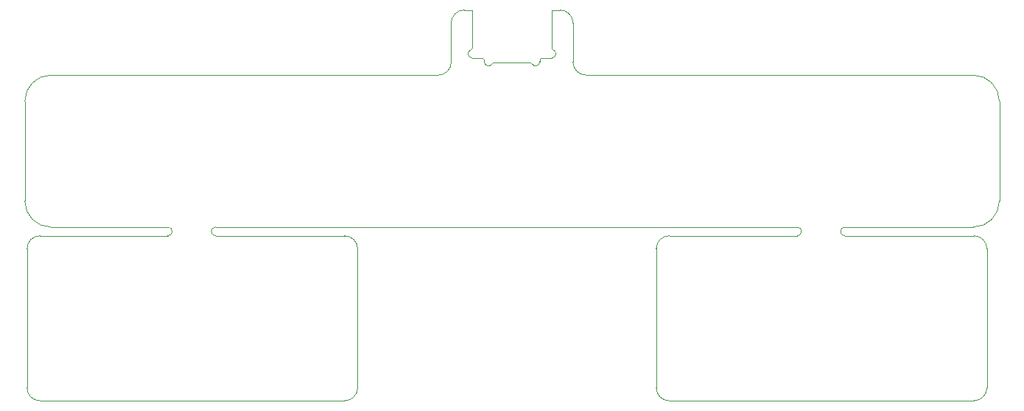
<source format=gbr>
%TF.GenerationSoftware,KiCad,Pcbnew,(7.0.0)*%
%TF.CreationDate,2023-02-23T19:51:54-08:00*%
%TF.ProjectId,4k-mania-keypad,346b2d6d-616e-4696-912d-6b6579706164,rev?*%
%TF.SameCoordinates,PX5ac6868PY7028288*%
%TF.FileFunction,Profile,NP*%
%FSLAX46Y46*%
G04 Gerber Fmt 4.6, Leading zero omitted, Abs format (unit mm)*
G04 Created by KiCad (PCBNEW (7.0.0)) date 2023-02-23 19:51:54*
%MOMM*%
%LPD*%
G01*
G04 APERTURE LIST*
%TA.AperFunction,Profile*%
%ADD10C,0.100000*%
%TD*%
%TA.AperFunction,Profile*%
%ADD11C,0.050000*%
%TD*%
%TA.AperFunction,Profile*%
%ADD12C,0.080000*%
%TD*%
G04 APERTURE END LIST*
D10*
X62815000Y43605000D02*
X62815000Y39105000D01*
X50315000Y45105000D02*
G75*
G03*
X48815000Y43605000I0J-1500000D01*
G01*
X88565000Y19105000D02*
X73885000Y19105000D01*
X110385000Y17605000D02*
G75*
G03*
X108885000Y19105000I-1500000J0D01*
G01*
X38065000Y1605000D02*
X38065000Y17605000D01*
X47315000Y37605000D02*
G75*
G03*
X48815000Y39105000I0J1500000D01*
G01*
X50315000Y45105000D02*
X51259999Y45100000D01*
X1565000Y105000D02*
X36565000Y105000D01*
X65000Y17605000D02*
X65000Y1605000D01*
X48815000Y43605000D02*
X48815000Y39105000D01*
X64315000Y37605000D02*
X108815000Y37605000D01*
X72385000Y17605000D02*
X72385000Y1605000D01*
X108885000Y19105000D02*
X94065000Y19105000D01*
X73885000Y19105000D02*
G75*
G03*
X72385000Y17605000I0J-1500000D01*
G01*
X62815000Y43605000D02*
G75*
G03*
X61315000Y45105000I-1500000J0D01*
G01*
X111815000Y23105000D02*
X111815000Y34605000D01*
X61315000Y45105000D02*
X60359999Y45100000D01*
X108885000Y105000D02*
G75*
G03*
X110385000Y1605000I0J1500000D01*
G01*
X1565000Y19105000D02*
X16245000Y19105000D01*
X-185000Y23105000D02*
G75*
G03*
X2815000Y20105000I3000000J0D01*
G01*
X2815000Y37605000D02*
X47315000Y37605000D01*
X110385000Y1605000D02*
X110385000Y17605000D01*
X62815000Y39105000D02*
G75*
G03*
X64315000Y37605000I1500000J0D01*
G01*
X108815000Y20105000D02*
G75*
G03*
X111815000Y23105000I0J3000000D01*
G01*
X72385000Y1605000D02*
G75*
G03*
X73885000Y105000I1500000J0D01*
G01*
X21745000Y20105000D02*
X88565000Y20105000D01*
X38065000Y17605000D02*
G75*
G03*
X36565000Y19105000I-1500000J0D01*
G01*
X73885000Y105000D02*
X108885000Y105000D01*
X36565000Y105000D02*
G75*
G03*
X38065000Y1605000I0J1500000D01*
G01*
X108815000Y20105000D02*
X94065000Y20105000D01*
X1565000Y19105000D02*
G75*
G03*
X65000Y17605000I0J-1500000D01*
G01*
X-185000Y23105000D02*
X-185000Y34605000D01*
X2815000Y37605000D02*
G75*
G03*
X-185000Y34605000I0J-3000000D01*
G01*
X65000Y1605000D02*
G75*
G03*
X1565000Y105000I1500000J0D01*
G01*
X16245000Y20105000D02*
X2815000Y20105000D01*
X111815000Y34605000D02*
G75*
G03*
X108815000Y37605000I-3000000J0D01*
G01*
X36565000Y19105000D02*
X21745000Y19105000D01*
D11*
%TO.C,REF\u002A\u002A*%
X21745000Y20105000D02*
G75*
G03*
X21745000Y19105000I0J-500000D01*
G01*
X16245000Y19105000D02*
G75*
G03*
X16245000Y20105000I0J500000D01*
G01*
D12*
%TO.C,J1*%
X60359999Y40740821D02*
X60359999Y45100000D01*
X59209998Y39570000D02*
X60359999Y39570000D01*
X59009999Y39170000D02*
X59009999Y39370000D01*
X55809999Y39020000D02*
X57903781Y39020000D01*
X55809999Y39020000D02*
X53716217Y39020000D01*
X52609999Y39170000D02*
X52609999Y39370000D01*
X52410000Y39570000D02*
X51259999Y39570000D01*
X51259999Y40740821D02*
X51259999Y45100000D01*
X60359999Y39570001D02*
G75*
G03*
X60502856Y40549156I-1J499999D01*
G01*
X60360000Y40740821D02*
G75*
G03*
X60502856Y40549159I199998J-1D01*
G01*
X58076986Y38920000D02*
G75*
G03*
X59009999Y39170000I433013J250000D01*
G01*
X59209998Y39570000D02*
G75*
G03*
X59009998Y39370000I1J-200001D01*
G01*
X58076986Y38920000D02*
G75*
G03*
X57903781Y39020000I-173205J-100000D01*
G01*
X53716217Y39019985D02*
G75*
G03*
X53543012Y38920000I-17J-199985D01*
G01*
X52610001Y39170000D02*
G75*
G03*
X53543012Y38920000I499999J0D01*
G01*
X52609999Y39370000D02*
G75*
G03*
X52410000Y39569999I-199999J0D01*
G01*
X51117142Y40549158D02*
G75*
G03*
X51259999Y39569999I142858J-479158D01*
G01*
X51117143Y40549156D02*
G75*
G03*
X51259999Y40740821I-57173J191684D01*
G01*
D11*
%TO.C,REF\u002A\u002A*%
X94065000Y20105000D02*
G75*
G03*
X94065000Y19105000I0J-500000D01*
G01*
X88565000Y19105000D02*
G75*
G03*
X88565000Y20105000I0J500000D01*
G01*
%TD*%
M02*

</source>
